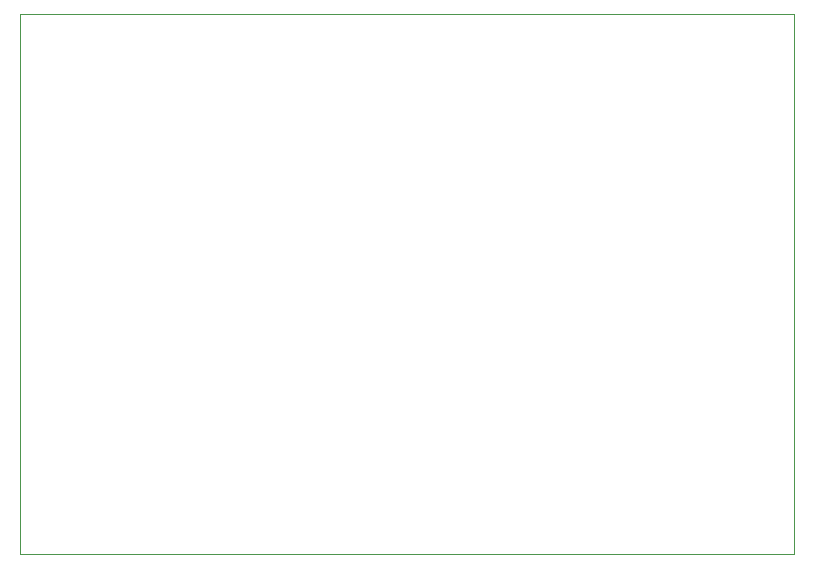
<source format=gbr>
G04 #@! TF.GenerationSoftware,KiCad,Pcbnew,(5.1.4-0-10_14)*
G04 #@! TF.CreationDate,2020-04-29T09:01:47-04:00*
G04 #@! TF.ProjectId,laser_flow,6c617365-725f-4666-9c6f-772e6b696361,rev?*
G04 #@! TF.SameCoordinates,Original*
G04 #@! TF.FileFunction,Profile,NP*
%FSLAX46Y46*%
G04 Gerber Fmt 4.6, Leading zero omitted, Abs format (unit mm)*
G04 Created by KiCad (PCBNEW (5.1.4-0-10_14)) date 2020-04-29 09:01:47*
%MOMM*%
%LPD*%
G04 APERTURE LIST*
%ADD10C,0.080000*%
G04 APERTURE END LIST*
D10*
X92323611Y-120906992D02*
X157855611Y-120906992D01*
X157855611Y-120906992D02*
X157855611Y-75188008D01*
X92323611Y-75188008D02*
X92323611Y-120906992D01*
X157855611Y-75188008D02*
X92323611Y-75188008D01*
M02*

</source>
